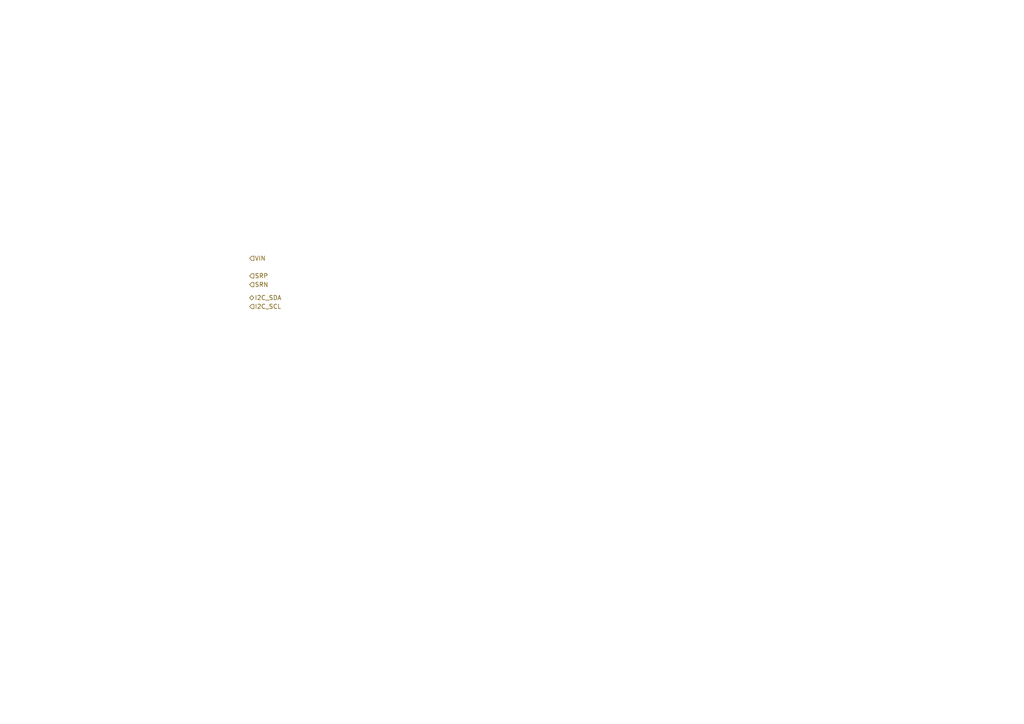
<source format=kicad_sch>
(kicad_sch (version 20230121) (generator eeschema)
  (paper "A4")
  (lib_symbols)
  (hierarchical_label "SRN" (shape input) (at 72.39 82.55 0))
  (hierarchical_label "I2C_SDA" (shape bidirectional) (at 72.39 86.36 0))
  (hierarchical_label "SRP" (shape input) (at 72.39 80.01 0))
  (hierarchical_label "I2C_SCL" (shape input) (at 72.39 88.9 0))
  (hierarchical_label "VIN" (shape input) (at 72.39 74.93 0))
)
</source>
